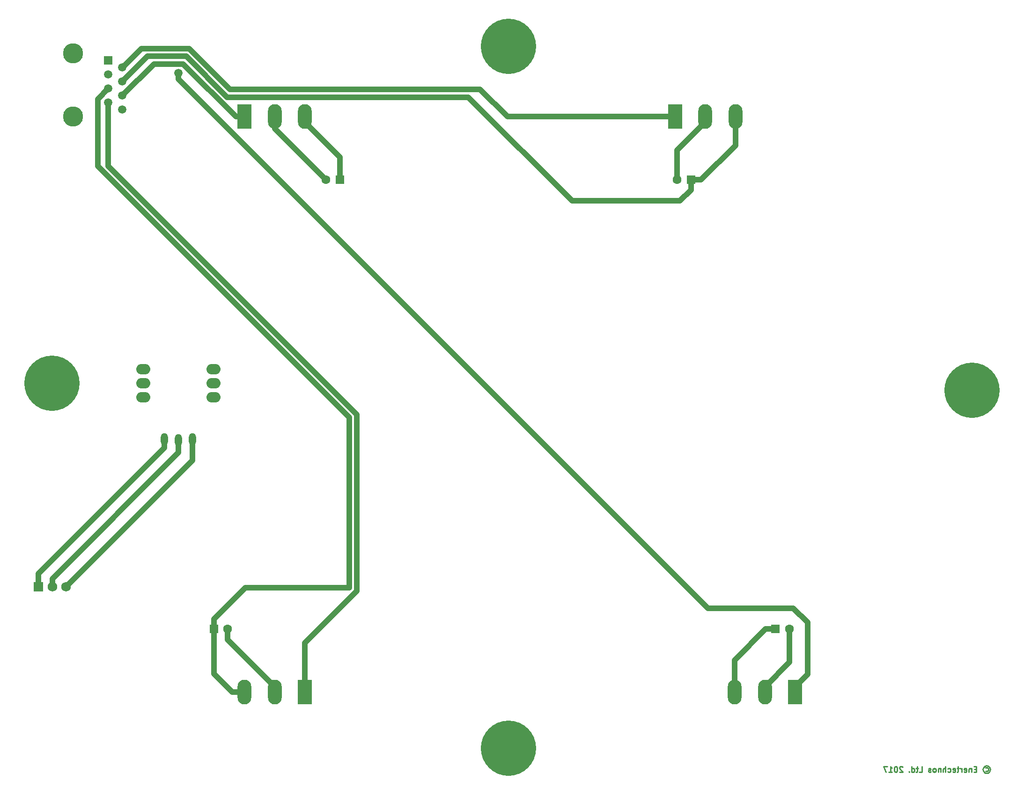
<source format=gbr>
G04 #@! TF.FileFunction,Copper,L2,Bot,Plane*
%FSLAX46Y46*%
G04 Gerber Fmt 4.6, Leading zero omitted, Abs format (unit mm)*
G04 Created by KiCad (PCBNEW 4.0.7) date 01/04/18 15:18:24*
%MOMM*%
%LPD*%
G01*
G04 APERTURE LIST*
%ADD10C,0.100000*%
%ADD11C,0.250000*%
%ADD12C,3.650000*%
%ADD13R,1.500000X1.500000*%
%ADD14C,1.500000*%
%ADD15C,10.000000*%
%ADD16R,2.500000X4.500000*%
%ADD17O,2.500000X4.500000*%
%ADD18R,1.600000X1.600000*%
%ADD19C,1.600000*%
%ADD20O,2.540000X1.900000*%
%ADD21O,1.300000X2.300000*%
%ADD22R,1.750000X1.750000*%
%ADD23C,1.750000*%
%ADD24C,1.000000*%
G04 APERTURE END LIST*
D10*
D11*
X210715716Y-155900476D02*
X210810954Y-155852857D01*
X211001430Y-155852857D01*
X211096668Y-155900476D01*
X211191906Y-155995714D01*
X211239525Y-156090952D01*
X211239525Y-156281429D01*
X211191906Y-156376667D01*
X211096668Y-156471905D01*
X211001430Y-156519524D01*
X210810954Y-156519524D01*
X210715716Y-156471905D01*
X210906192Y-155519524D02*
X211144287Y-155567143D01*
X211382383Y-155710000D01*
X211525240Y-155948095D01*
X211572859Y-156186190D01*
X211525240Y-156424286D01*
X211382383Y-156662381D01*
X211144287Y-156805238D01*
X210906192Y-156852857D01*
X210668097Y-156805238D01*
X210430002Y-156662381D01*
X210287145Y-156424286D01*
X210239525Y-156186190D01*
X210287145Y-155948095D01*
X210430002Y-155710000D01*
X210668097Y-155567143D01*
X210906192Y-155519524D01*
X209049049Y-156138571D02*
X208715715Y-156138571D01*
X208572858Y-156662381D02*
X209049049Y-156662381D01*
X209049049Y-155662381D01*
X208572858Y-155662381D01*
X208144287Y-155995714D02*
X208144287Y-156662381D01*
X208144287Y-156090952D02*
X208096668Y-156043333D01*
X208001430Y-155995714D01*
X207858572Y-155995714D01*
X207763334Y-156043333D01*
X207715715Y-156138571D01*
X207715715Y-156662381D01*
X206858572Y-156614762D02*
X206953810Y-156662381D01*
X207144287Y-156662381D01*
X207239525Y-156614762D01*
X207287144Y-156519524D01*
X207287144Y-156138571D01*
X207239525Y-156043333D01*
X207144287Y-155995714D01*
X206953810Y-155995714D01*
X206858572Y-156043333D01*
X206810953Y-156138571D01*
X206810953Y-156233810D01*
X207287144Y-156329048D01*
X206382382Y-156662381D02*
X206382382Y-155995714D01*
X206382382Y-156186190D02*
X206334763Y-156090952D01*
X206287144Y-156043333D01*
X206191906Y-155995714D01*
X206096667Y-155995714D01*
X205906191Y-155995714D02*
X205525239Y-155995714D01*
X205763334Y-155662381D02*
X205763334Y-156519524D01*
X205715715Y-156614762D01*
X205620477Y-156662381D01*
X205525239Y-156662381D01*
X204810952Y-156614762D02*
X204906190Y-156662381D01*
X205096667Y-156662381D01*
X205191905Y-156614762D01*
X205239524Y-156519524D01*
X205239524Y-156138571D01*
X205191905Y-156043333D01*
X205096667Y-155995714D01*
X204906190Y-155995714D01*
X204810952Y-156043333D01*
X204763333Y-156138571D01*
X204763333Y-156233810D01*
X205239524Y-156329048D01*
X203906190Y-156614762D02*
X204001428Y-156662381D01*
X204191905Y-156662381D01*
X204287143Y-156614762D01*
X204334762Y-156567143D01*
X204382381Y-156471905D01*
X204382381Y-156186190D01*
X204334762Y-156090952D01*
X204287143Y-156043333D01*
X204191905Y-155995714D01*
X204001428Y-155995714D01*
X203906190Y-156043333D01*
X203477619Y-156662381D02*
X203477619Y-155662381D01*
X203049047Y-156662381D02*
X203049047Y-156138571D01*
X203096666Y-156043333D01*
X203191904Y-155995714D01*
X203334762Y-155995714D01*
X203430000Y-156043333D01*
X203477619Y-156090952D01*
X202572857Y-155995714D02*
X202572857Y-156662381D01*
X202572857Y-156090952D02*
X202525238Y-156043333D01*
X202430000Y-155995714D01*
X202287142Y-155995714D01*
X202191904Y-156043333D01*
X202144285Y-156138571D01*
X202144285Y-156662381D01*
X201525238Y-156662381D02*
X201620476Y-156614762D01*
X201668095Y-156567143D01*
X201715714Y-156471905D01*
X201715714Y-156186190D01*
X201668095Y-156090952D01*
X201620476Y-156043333D01*
X201525238Y-155995714D01*
X201382380Y-155995714D01*
X201287142Y-156043333D01*
X201239523Y-156090952D01*
X201191904Y-156186190D01*
X201191904Y-156471905D01*
X201239523Y-156567143D01*
X201287142Y-156614762D01*
X201382380Y-156662381D01*
X201525238Y-156662381D01*
X200810952Y-156614762D02*
X200715714Y-156662381D01*
X200525238Y-156662381D01*
X200429999Y-156614762D01*
X200382380Y-156519524D01*
X200382380Y-156471905D01*
X200429999Y-156376667D01*
X200525238Y-156329048D01*
X200668095Y-156329048D01*
X200763333Y-156281429D01*
X200810952Y-156186190D01*
X200810952Y-156138571D01*
X200763333Y-156043333D01*
X200668095Y-155995714D01*
X200525238Y-155995714D01*
X200429999Y-156043333D01*
X198715713Y-156662381D02*
X199191904Y-156662381D01*
X199191904Y-155662381D01*
X198525237Y-155995714D02*
X198144285Y-155995714D01*
X198382380Y-155662381D02*
X198382380Y-156519524D01*
X198334761Y-156614762D01*
X198239523Y-156662381D01*
X198144285Y-156662381D01*
X197382379Y-156662381D02*
X197382379Y-155662381D01*
X197382379Y-156614762D02*
X197477617Y-156662381D01*
X197668094Y-156662381D01*
X197763332Y-156614762D01*
X197810951Y-156567143D01*
X197858570Y-156471905D01*
X197858570Y-156186190D01*
X197810951Y-156090952D01*
X197763332Y-156043333D01*
X197668094Y-155995714D01*
X197477617Y-155995714D01*
X197382379Y-156043333D01*
X196906189Y-156567143D02*
X196858570Y-156614762D01*
X196906189Y-156662381D01*
X196953808Y-156614762D01*
X196906189Y-156567143D01*
X196906189Y-156662381D01*
X195715713Y-155757619D02*
X195668094Y-155710000D01*
X195572856Y-155662381D01*
X195334760Y-155662381D01*
X195239522Y-155710000D01*
X195191903Y-155757619D01*
X195144284Y-155852857D01*
X195144284Y-155948095D01*
X195191903Y-156090952D01*
X195763332Y-156662381D01*
X195144284Y-156662381D01*
X194525237Y-155662381D02*
X194429998Y-155662381D01*
X194334760Y-155710000D01*
X194287141Y-155757619D01*
X194239522Y-155852857D01*
X194191903Y-156043333D01*
X194191903Y-156281429D01*
X194239522Y-156471905D01*
X194287141Y-156567143D01*
X194334760Y-156614762D01*
X194429998Y-156662381D01*
X194525237Y-156662381D01*
X194620475Y-156614762D01*
X194668094Y-156567143D01*
X194715713Y-156471905D01*
X194763332Y-156281429D01*
X194763332Y-156043333D01*
X194715713Y-155852857D01*
X194668094Y-155757619D01*
X194620475Y-155710000D01*
X194525237Y-155662381D01*
X193239522Y-156662381D02*
X193810951Y-156662381D01*
X193525237Y-156662381D02*
X193525237Y-155662381D01*
X193620475Y-155805238D01*
X193715713Y-155900476D01*
X193810951Y-155948095D01*
X192906189Y-155662381D02*
X192239522Y-155662381D01*
X192668094Y-156662381D01*
D12*
X45720000Y-38100000D03*
X45720000Y-26670000D03*
D13*
X52070000Y-27940000D03*
D14*
X54610000Y-29210000D03*
X52070000Y-30480000D03*
X54610000Y-31750000D03*
X52070000Y-33020000D03*
X54610000Y-34290000D03*
X52070000Y-35560000D03*
X54610000Y-36830000D03*
D15*
X124460000Y-152400000D03*
X124460000Y-25400000D03*
X208280000Y-87630000D03*
X41910000Y-86360000D03*
D16*
X76730000Y-38100000D03*
D17*
X82180000Y-38100000D03*
X87630000Y-38100000D03*
D18*
X71160000Y-130810000D03*
D19*
X73660000Y-130810000D03*
D18*
X172720000Y-130810000D03*
D19*
X175220000Y-130810000D03*
D18*
X93940000Y-49530000D03*
D19*
X91440000Y-49530000D03*
D18*
X157440000Y-49530000D03*
D19*
X154940000Y-49530000D03*
D16*
X154570000Y-38100000D03*
D17*
X160020000Y-38100000D03*
X165470000Y-38100000D03*
D16*
X176265000Y-142240000D03*
D17*
X170815000Y-142240000D03*
X165365000Y-142240000D03*
D16*
X87630000Y-142240000D03*
D17*
X82180000Y-142240000D03*
X76730000Y-142240000D03*
D20*
X71120000Y-88900000D03*
D21*
X67310000Y-96520000D03*
X64770000Y-96614460D03*
X62230000Y-96520000D03*
D20*
X71120000Y-86360000D03*
X71120000Y-83820000D03*
X58420000Y-88900000D03*
X58420000Y-86360000D03*
X58420000Y-83820000D03*
D22*
X39450000Y-123190000D03*
D23*
X41950000Y-123190000D03*
X44450000Y-123190000D03*
D14*
X64789280Y-30199990D03*
D24*
X76836906Y-123333094D02*
X95625894Y-123333094D01*
X95625894Y-123333094D02*
X95625894Y-92537351D01*
X50158133Y-34931867D02*
X52070000Y-33020000D01*
X71160000Y-130810000D02*
X71160000Y-129010000D01*
X95625894Y-92537351D02*
X50158133Y-47069590D01*
X71160000Y-129010000D02*
X76836906Y-123333094D01*
X50158133Y-47069590D02*
X50158133Y-34931867D01*
X71160000Y-130810000D02*
X71160000Y-138920000D01*
X71160000Y-138920000D02*
X74480000Y-142240000D01*
X74480000Y-142240000D02*
X76730000Y-142240000D01*
X175260000Y-130810000D02*
X175260000Y-136795000D01*
X175260000Y-136795000D02*
X170815000Y-141240000D01*
X170815000Y-141240000D02*
X170815000Y-142240000D01*
X87630000Y-138990000D02*
X87630000Y-142240000D01*
X97025905Y-123912997D02*
X87630000Y-133308902D01*
X52070000Y-47001543D02*
X97025905Y-91957448D01*
X52070000Y-35560000D02*
X52070000Y-47001543D01*
X87630000Y-133308902D02*
X87630000Y-138990000D01*
X97025905Y-91957448D02*
X97025905Y-123912997D01*
X65581283Y-28549989D02*
X75131294Y-38100000D01*
X60350011Y-28549989D02*
X65581283Y-28549989D01*
X75131294Y-38100000D02*
X76730000Y-38100000D01*
X54610000Y-34290000D02*
X60350011Y-28549989D01*
X176265000Y-142240000D02*
X176265000Y-141240000D01*
X176265000Y-141240000D02*
X178515000Y-138990000D01*
X178515000Y-138990000D02*
X178515000Y-129620524D01*
X178515000Y-129620524D02*
X175917735Y-127023259D01*
X175917735Y-127023259D02*
X160551889Y-127023259D01*
X160551889Y-127023259D02*
X64789280Y-31260650D01*
X64789280Y-31260650D02*
X64789280Y-30199990D01*
X154570000Y-38100000D02*
X124259998Y-38100000D01*
X119281995Y-33121997D02*
X74113117Y-33121997D01*
X58070032Y-25749968D02*
X55359999Y-28460001D01*
X55359999Y-28460001D02*
X54610000Y-29210000D01*
X124259998Y-38100000D02*
X119281995Y-33121997D01*
X74113117Y-33121997D02*
X66741088Y-25749968D01*
X66741088Y-25749968D02*
X58070032Y-25749968D01*
X155430000Y-53340000D02*
X157440000Y-51330000D01*
X157440000Y-51330000D02*
X157440000Y-49530000D01*
X59210022Y-27149978D02*
X66161186Y-27149978D01*
X117192375Y-34567926D02*
X135964449Y-53340000D01*
X54610000Y-31750000D02*
X59210022Y-27149978D01*
X66161186Y-27149978D02*
X73579134Y-34567926D01*
X73579134Y-34567926D02*
X117192375Y-34567926D01*
X135964449Y-53340000D02*
X155430000Y-53340000D01*
X172760000Y-130810000D02*
X170960000Y-130810000D01*
X170960000Y-130810000D02*
X165365000Y-136405000D01*
X165365000Y-136405000D02*
X165365000Y-138990000D01*
X165365000Y-138990000D02*
X165365000Y-142240000D01*
X157440000Y-49530000D02*
X159240000Y-49530000D01*
X159240000Y-49530000D02*
X165470000Y-43300000D01*
X165470000Y-43300000D02*
X165470000Y-41350000D01*
X165470000Y-41350000D02*
X165470000Y-38100000D01*
X82180000Y-142240000D02*
X82180000Y-141240000D01*
X82180000Y-141240000D02*
X73660000Y-132720000D01*
X73660000Y-132720000D02*
X73660000Y-131941370D01*
X73660000Y-131941370D02*
X73660000Y-130810000D01*
X91440000Y-49530000D02*
X82180000Y-40270000D01*
X82180000Y-40270000D02*
X82180000Y-38100000D01*
X87630000Y-38100000D02*
X87630000Y-39100000D01*
X87630000Y-39100000D02*
X93940000Y-45410000D01*
X93940000Y-47730000D02*
X93940000Y-49530000D01*
X93940000Y-45410000D02*
X93940000Y-47730000D01*
X154940000Y-49530000D02*
X154940000Y-44180000D01*
X154940000Y-44180000D02*
X160020000Y-39100000D01*
X160020000Y-39100000D02*
X160020000Y-38100000D01*
X67310000Y-98670000D02*
X67310000Y-96520000D01*
X67310000Y-100330000D02*
X67310000Y-98670000D01*
X44450000Y-123190000D02*
X67310000Y-100330000D01*
X41950000Y-121682994D02*
X64770000Y-98862994D01*
X41950000Y-123190000D02*
X41950000Y-121682994D01*
X64770000Y-98862994D02*
X64770000Y-96614460D01*
X62230000Y-96520000D02*
X62230000Y-98021961D01*
X62230000Y-98021961D02*
X39450000Y-120801961D01*
X39450000Y-120801961D02*
X39450000Y-121315000D01*
X39450000Y-121315000D02*
X39450000Y-123190000D01*
M02*

</source>
